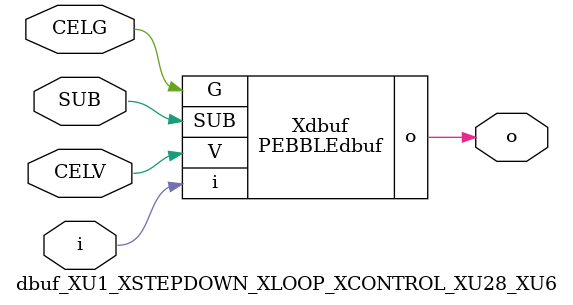
<source format=v>



module PEBBLEdbuf ( o, G, SUB, V, i );

  input V;
  input i;
  input G;
  output o;
  input SUB;
endmodule

//Celera Confidential Do Not Copy dbuf_XU1_XSTEPDOWN_XLOOP_XCONTROL_XU28_XU6
//Celera Confidential Symbol Generator
//Digital Buffer
module dbuf_XU1_XSTEPDOWN_XLOOP_XCONTROL_XU28_XU6 (CELV,CELG,i,o,SUB);
input CELV;
input CELG;
input i;
input SUB;
output o;

//Celera Confidential Do Not Copy dbuf
PEBBLEdbuf Xdbuf(
.V (CELV),
.i (i),
.o (o),
.SUB (SUB),
.G (CELG)
);
//,diesize,PEBBLEdbuf

//Celera Confidential Do Not Copy Module End
//Celera Schematic Generator
endmodule

</source>
